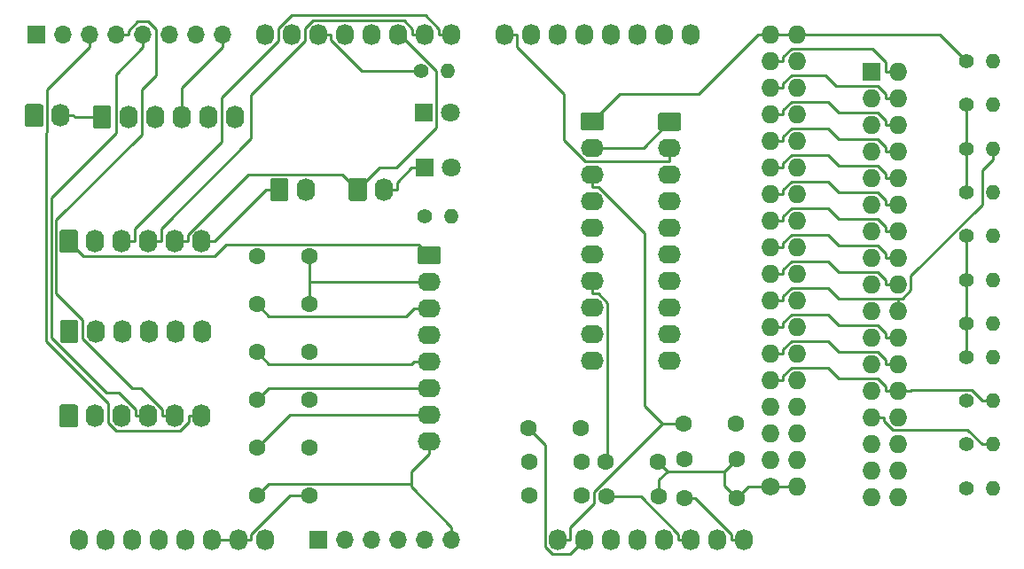
<source format=gbr>
G04 #@! TF.GenerationSoftware,KiCad,Pcbnew,(5.1.5-0-10_14)*
G04 #@! TF.CreationDate,2021-11-28T07:37:34+10:00*
G04 #@! TF.ProjectId,Hornet Forward Input Shield,486f726e-6574-4204-966f-727761726420,rev?*
G04 #@! TF.SameCoordinates,Original*
G04 #@! TF.FileFunction,Copper,L1,Top*
G04 #@! TF.FilePolarity,Positive*
%FSLAX46Y46*%
G04 Gerber Fmt 4.6, Leading zero omitted, Abs format (unit mm)*
G04 Created by KiCad (PCBNEW (5.1.5-0-10_14)) date 2021-11-28 07:37:34*
%MOMM*%
%LPD*%
G04 APERTURE LIST*
%ADD10O,2.200000X1.740000*%
%ADD11C,0.100000*%
%ADD12O,1.740000X2.200000*%
%ADD13C,1.400000*%
%ADD14O,1.400000X1.400000*%
%ADD15C,1.800000*%
%ADD16R,1.800000X1.800000*%
%ADD17C,1.600000*%
%ADD18O,1.700000X1.700000*%
%ADD19R,1.700000X1.700000*%
%ADD20O,1.727200X1.727200*%
%ADD21R,1.727200X1.727200*%
%ADD22C,1.727200*%
%ADD23O,1.727200X2.032000*%
%ADD24C,0.250000*%
G04 APERTURE END LIST*
D10*
X164719000Y-109728000D03*
X164719000Y-107188000D03*
X164719000Y-104648000D03*
X164719000Y-102108000D03*
X164719000Y-99568000D03*
X164719000Y-97028000D03*
X164719000Y-94488000D03*
G04 #@! TA.AperFunction,ComponentPad*
D11*
G36*
X165593505Y-91079204D02*
G01*
X165617773Y-91082804D01*
X165641572Y-91088765D01*
X165664671Y-91097030D01*
X165686850Y-91107520D01*
X165707893Y-91120132D01*
X165727599Y-91134747D01*
X165745777Y-91151223D01*
X165762253Y-91169401D01*
X165776868Y-91189107D01*
X165789480Y-91210150D01*
X165799970Y-91232329D01*
X165808235Y-91255428D01*
X165814196Y-91279227D01*
X165817796Y-91303495D01*
X165819000Y-91327999D01*
X165819000Y-92568001D01*
X165817796Y-92592505D01*
X165814196Y-92616773D01*
X165808235Y-92640572D01*
X165799970Y-92663671D01*
X165789480Y-92685850D01*
X165776868Y-92706893D01*
X165762253Y-92726599D01*
X165745777Y-92744777D01*
X165727599Y-92761253D01*
X165707893Y-92775868D01*
X165686850Y-92788480D01*
X165664671Y-92798970D01*
X165641572Y-92807235D01*
X165617773Y-92813196D01*
X165593505Y-92816796D01*
X165569001Y-92818000D01*
X163868999Y-92818000D01*
X163844495Y-92816796D01*
X163820227Y-92813196D01*
X163796428Y-92807235D01*
X163773329Y-92798970D01*
X163751150Y-92788480D01*
X163730107Y-92775868D01*
X163710401Y-92761253D01*
X163692223Y-92744777D01*
X163675747Y-92726599D01*
X163661132Y-92706893D01*
X163648520Y-92685850D01*
X163638030Y-92663671D01*
X163629765Y-92640572D01*
X163623804Y-92616773D01*
X163620204Y-92592505D01*
X163619000Y-92568001D01*
X163619000Y-91327999D01*
X163620204Y-91303495D01*
X163623804Y-91279227D01*
X163629765Y-91255428D01*
X163638030Y-91232329D01*
X163648520Y-91210150D01*
X163661132Y-91189107D01*
X163675747Y-91169401D01*
X163692223Y-91151223D01*
X163710401Y-91134747D01*
X163730107Y-91120132D01*
X163751150Y-91107520D01*
X163773329Y-91097030D01*
X163796428Y-91088765D01*
X163820227Y-91082804D01*
X163844495Y-91079204D01*
X163868999Y-91078000D01*
X165569001Y-91078000D01*
X165593505Y-91079204D01*
G37*
G04 #@! TD.AperFunction*
D12*
X152959000Y-85674200D03*
G04 #@! TA.AperFunction,ComponentPad*
D11*
G36*
X151063505Y-84575404D02*
G01*
X151087773Y-84579004D01*
X151111572Y-84584965D01*
X151134671Y-84593230D01*
X151156850Y-84603720D01*
X151177893Y-84616332D01*
X151197599Y-84630947D01*
X151215777Y-84647423D01*
X151232253Y-84665601D01*
X151246868Y-84685307D01*
X151259480Y-84706350D01*
X151269970Y-84728529D01*
X151278235Y-84751628D01*
X151284196Y-84775427D01*
X151287796Y-84799695D01*
X151289000Y-84824199D01*
X151289000Y-86524201D01*
X151287796Y-86548705D01*
X151284196Y-86572973D01*
X151278235Y-86596772D01*
X151269970Y-86619871D01*
X151259480Y-86642050D01*
X151246868Y-86663093D01*
X151232253Y-86682799D01*
X151215777Y-86700977D01*
X151197599Y-86717453D01*
X151177893Y-86732068D01*
X151156850Y-86744680D01*
X151134671Y-86755170D01*
X151111572Y-86763435D01*
X151087773Y-86769396D01*
X151063505Y-86772996D01*
X151039001Y-86774200D01*
X149798999Y-86774200D01*
X149774495Y-86772996D01*
X149750227Y-86769396D01*
X149726428Y-86763435D01*
X149703329Y-86755170D01*
X149681150Y-86744680D01*
X149660107Y-86732068D01*
X149640401Y-86717453D01*
X149622223Y-86700977D01*
X149605747Y-86682799D01*
X149591132Y-86663093D01*
X149578520Y-86642050D01*
X149568030Y-86619871D01*
X149559765Y-86596772D01*
X149553804Y-86572973D01*
X149550204Y-86548705D01*
X149549000Y-86524201D01*
X149549000Y-84824199D01*
X149550204Y-84799695D01*
X149553804Y-84775427D01*
X149559765Y-84751628D01*
X149568030Y-84728529D01*
X149578520Y-84706350D01*
X149591132Y-84685307D01*
X149605747Y-84665601D01*
X149622223Y-84647423D01*
X149640401Y-84630947D01*
X149660107Y-84616332D01*
X149681150Y-84603720D01*
X149703329Y-84593230D01*
X149726428Y-84584965D01*
X149750227Y-84579004D01*
X149774495Y-84575404D01*
X149798999Y-84574200D01*
X151039001Y-84574200D01*
X151063505Y-84575404D01*
G37*
G04 #@! TD.AperFunction*
D13*
X164287000Y-88265000D03*
D14*
X166827000Y-88265000D03*
D13*
X163957000Y-74345800D03*
D14*
X166497000Y-74345800D03*
D12*
X160452000Y-85674200D03*
G04 #@! TA.AperFunction,ComponentPad*
D11*
G36*
X158556505Y-84575404D02*
G01*
X158580773Y-84579004D01*
X158604572Y-84584965D01*
X158627671Y-84593230D01*
X158649850Y-84603720D01*
X158670893Y-84616332D01*
X158690599Y-84630947D01*
X158708777Y-84647423D01*
X158725253Y-84665601D01*
X158739868Y-84685307D01*
X158752480Y-84706350D01*
X158762970Y-84728529D01*
X158771235Y-84751628D01*
X158777196Y-84775427D01*
X158780796Y-84799695D01*
X158782000Y-84824199D01*
X158782000Y-86524201D01*
X158780796Y-86548705D01*
X158777196Y-86572973D01*
X158771235Y-86596772D01*
X158762970Y-86619871D01*
X158752480Y-86642050D01*
X158739868Y-86663093D01*
X158725253Y-86682799D01*
X158708777Y-86700977D01*
X158690599Y-86717453D01*
X158670893Y-86732068D01*
X158649850Y-86744680D01*
X158627671Y-86755170D01*
X158604572Y-86763435D01*
X158580773Y-86769396D01*
X158556505Y-86772996D01*
X158532001Y-86774200D01*
X157291999Y-86774200D01*
X157267495Y-86772996D01*
X157243227Y-86769396D01*
X157219428Y-86763435D01*
X157196329Y-86755170D01*
X157174150Y-86744680D01*
X157153107Y-86732068D01*
X157133401Y-86717453D01*
X157115223Y-86700977D01*
X157098747Y-86682799D01*
X157084132Y-86663093D01*
X157071520Y-86642050D01*
X157061030Y-86619871D01*
X157052765Y-86596772D01*
X157046804Y-86572973D01*
X157043204Y-86548705D01*
X157042000Y-86524201D01*
X157042000Y-84824199D01*
X157043204Y-84799695D01*
X157046804Y-84775427D01*
X157052765Y-84751628D01*
X157061030Y-84728529D01*
X157071520Y-84706350D01*
X157084132Y-84685307D01*
X157098747Y-84665601D01*
X157115223Y-84647423D01*
X157133401Y-84630947D01*
X157153107Y-84616332D01*
X157174150Y-84603720D01*
X157196329Y-84593230D01*
X157219428Y-84584965D01*
X157243227Y-84579004D01*
X157267495Y-84575404D01*
X157291999Y-84574200D01*
X158532001Y-84574200D01*
X158556505Y-84575404D01*
G37*
G04 #@! TD.AperFunction*
D12*
X146177000Y-78740000D03*
X143637000Y-78740000D03*
X141097000Y-78740000D03*
X138557000Y-78740000D03*
X136017000Y-78740000D03*
G04 #@! TA.AperFunction,ComponentPad*
D11*
G36*
X134121505Y-77641204D02*
G01*
X134145773Y-77644804D01*
X134169572Y-77650765D01*
X134192671Y-77659030D01*
X134214850Y-77669520D01*
X134235893Y-77682132D01*
X134255599Y-77696747D01*
X134273777Y-77713223D01*
X134290253Y-77731401D01*
X134304868Y-77751107D01*
X134317480Y-77772150D01*
X134327970Y-77794329D01*
X134336235Y-77817428D01*
X134342196Y-77841227D01*
X134345796Y-77865495D01*
X134347000Y-77889999D01*
X134347000Y-79590001D01*
X134345796Y-79614505D01*
X134342196Y-79638773D01*
X134336235Y-79662572D01*
X134327970Y-79685671D01*
X134317480Y-79707850D01*
X134304868Y-79728893D01*
X134290253Y-79748599D01*
X134273777Y-79766777D01*
X134255599Y-79783253D01*
X134235893Y-79797868D01*
X134214850Y-79810480D01*
X134192671Y-79820970D01*
X134169572Y-79829235D01*
X134145773Y-79835196D01*
X134121505Y-79838796D01*
X134097001Y-79840000D01*
X132856999Y-79840000D01*
X132832495Y-79838796D01*
X132808227Y-79835196D01*
X132784428Y-79829235D01*
X132761329Y-79820970D01*
X132739150Y-79810480D01*
X132718107Y-79797868D01*
X132698401Y-79783253D01*
X132680223Y-79766777D01*
X132663747Y-79748599D01*
X132649132Y-79728893D01*
X132636520Y-79707850D01*
X132626030Y-79685671D01*
X132617765Y-79662572D01*
X132611804Y-79638773D01*
X132608204Y-79614505D01*
X132607000Y-79590001D01*
X132607000Y-77889999D01*
X132608204Y-77865495D01*
X132611804Y-77841227D01*
X132617765Y-77817428D01*
X132626030Y-77794329D01*
X132636520Y-77772150D01*
X132649132Y-77751107D01*
X132663747Y-77731401D01*
X132680223Y-77713223D01*
X132698401Y-77696747D01*
X132718107Y-77682132D01*
X132739150Y-77669520D01*
X132761329Y-77659030D01*
X132784428Y-77650765D01*
X132808227Y-77644804D01*
X132832495Y-77641204D01*
X132856999Y-77640000D01*
X134097001Y-77640000D01*
X134121505Y-77641204D01*
G37*
G04 #@! TD.AperFunction*
D12*
X129540000Y-78613000D03*
G04 #@! TA.AperFunction,ComponentPad*
D11*
G36*
X127644505Y-77514204D02*
G01*
X127668773Y-77517804D01*
X127692572Y-77523765D01*
X127715671Y-77532030D01*
X127737850Y-77542520D01*
X127758893Y-77555132D01*
X127778599Y-77569747D01*
X127796777Y-77586223D01*
X127813253Y-77604401D01*
X127827868Y-77624107D01*
X127840480Y-77645150D01*
X127850970Y-77667329D01*
X127859235Y-77690428D01*
X127865196Y-77714227D01*
X127868796Y-77738495D01*
X127870000Y-77762999D01*
X127870000Y-79463001D01*
X127868796Y-79487505D01*
X127865196Y-79511773D01*
X127859235Y-79535572D01*
X127850970Y-79558671D01*
X127840480Y-79580850D01*
X127827868Y-79601893D01*
X127813253Y-79621599D01*
X127796777Y-79639777D01*
X127778599Y-79656253D01*
X127758893Y-79670868D01*
X127737850Y-79683480D01*
X127715671Y-79693970D01*
X127692572Y-79702235D01*
X127668773Y-79708196D01*
X127644505Y-79711796D01*
X127620001Y-79713000D01*
X126379999Y-79713000D01*
X126355495Y-79711796D01*
X126331227Y-79708196D01*
X126307428Y-79702235D01*
X126284329Y-79693970D01*
X126262150Y-79683480D01*
X126241107Y-79670868D01*
X126221401Y-79656253D01*
X126203223Y-79639777D01*
X126186747Y-79621599D01*
X126172132Y-79601893D01*
X126159520Y-79580850D01*
X126149030Y-79558671D01*
X126140765Y-79535572D01*
X126134804Y-79511773D01*
X126131204Y-79487505D01*
X126130000Y-79463001D01*
X126130000Y-77762999D01*
X126131204Y-77738495D01*
X126134804Y-77714227D01*
X126140765Y-77690428D01*
X126149030Y-77667329D01*
X126159520Y-77645150D01*
X126172132Y-77624107D01*
X126186747Y-77604401D01*
X126203223Y-77586223D01*
X126221401Y-77569747D01*
X126241107Y-77555132D01*
X126262150Y-77542520D01*
X126284329Y-77532030D01*
X126307428Y-77523765D01*
X126331227Y-77517804D01*
X126355495Y-77514204D01*
X126379999Y-77513000D01*
X127620001Y-77513000D01*
X127644505Y-77514204D01*
G37*
G04 #@! TD.AperFunction*
D15*
X166827000Y-83566000D03*
D16*
X164287000Y-83566000D03*
D15*
X166726000Y-78359000D03*
D16*
X164186000Y-78359000D03*
D12*
X143002000Y-107315000D03*
X140462000Y-107315000D03*
X137922000Y-107315000D03*
X135382000Y-107315000D03*
X132842000Y-107315000D03*
G04 #@! TA.AperFunction,ComponentPad*
D11*
G36*
X130946505Y-106216204D02*
G01*
X130970773Y-106219804D01*
X130994572Y-106225765D01*
X131017671Y-106234030D01*
X131039850Y-106244520D01*
X131060893Y-106257132D01*
X131080599Y-106271747D01*
X131098777Y-106288223D01*
X131115253Y-106306401D01*
X131129868Y-106326107D01*
X131142480Y-106347150D01*
X131152970Y-106369329D01*
X131161235Y-106392428D01*
X131167196Y-106416227D01*
X131170796Y-106440495D01*
X131172000Y-106464999D01*
X131172000Y-108165001D01*
X131170796Y-108189505D01*
X131167196Y-108213773D01*
X131161235Y-108237572D01*
X131152970Y-108260671D01*
X131142480Y-108282850D01*
X131129868Y-108303893D01*
X131115253Y-108323599D01*
X131098777Y-108341777D01*
X131080599Y-108358253D01*
X131060893Y-108372868D01*
X131039850Y-108385480D01*
X131017671Y-108395970D01*
X130994572Y-108404235D01*
X130970773Y-108410196D01*
X130946505Y-108413796D01*
X130922001Y-108415000D01*
X129681999Y-108415000D01*
X129657495Y-108413796D01*
X129633227Y-108410196D01*
X129609428Y-108404235D01*
X129586329Y-108395970D01*
X129564150Y-108385480D01*
X129543107Y-108372868D01*
X129523401Y-108358253D01*
X129505223Y-108341777D01*
X129488747Y-108323599D01*
X129474132Y-108303893D01*
X129461520Y-108282850D01*
X129451030Y-108260671D01*
X129442765Y-108237572D01*
X129436804Y-108213773D01*
X129433204Y-108189505D01*
X129432000Y-108165001D01*
X129432000Y-106464999D01*
X129433204Y-106440495D01*
X129436804Y-106416227D01*
X129442765Y-106392428D01*
X129451030Y-106369329D01*
X129461520Y-106347150D01*
X129474132Y-106326107D01*
X129488747Y-106306401D01*
X129505223Y-106288223D01*
X129523401Y-106271747D01*
X129543107Y-106257132D01*
X129564150Y-106244520D01*
X129586329Y-106234030D01*
X129609428Y-106225765D01*
X129633227Y-106219804D01*
X129657495Y-106216204D01*
X129681999Y-106215000D01*
X130922001Y-106215000D01*
X130946505Y-106216204D01*
G37*
G04 #@! TD.AperFunction*
D12*
X143066000Y-99250500D03*
X140526000Y-99250500D03*
X137986000Y-99250500D03*
X135446000Y-99250500D03*
X132906000Y-99250500D03*
G04 #@! TA.AperFunction,ComponentPad*
D11*
G36*
X131010505Y-98151704D02*
G01*
X131034773Y-98155304D01*
X131058572Y-98161265D01*
X131081671Y-98169530D01*
X131103850Y-98180020D01*
X131124893Y-98192632D01*
X131144599Y-98207247D01*
X131162777Y-98223723D01*
X131179253Y-98241901D01*
X131193868Y-98261607D01*
X131206480Y-98282650D01*
X131216970Y-98304829D01*
X131225235Y-98327928D01*
X131231196Y-98351727D01*
X131234796Y-98375995D01*
X131236000Y-98400499D01*
X131236000Y-100100501D01*
X131234796Y-100125005D01*
X131231196Y-100149273D01*
X131225235Y-100173072D01*
X131216970Y-100196171D01*
X131206480Y-100218350D01*
X131193868Y-100239393D01*
X131179253Y-100259099D01*
X131162777Y-100277277D01*
X131144599Y-100293753D01*
X131124893Y-100308368D01*
X131103850Y-100320980D01*
X131081671Y-100331470D01*
X131058572Y-100339735D01*
X131034773Y-100345696D01*
X131010505Y-100349296D01*
X130986001Y-100350500D01*
X129745999Y-100350500D01*
X129721495Y-100349296D01*
X129697227Y-100345696D01*
X129673428Y-100339735D01*
X129650329Y-100331470D01*
X129628150Y-100320980D01*
X129607107Y-100308368D01*
X129587401Y-100293753D01*
X129569223Y-100277277D01*
X129552747Y-100259099D01*
X129538132Y-100239393D01*
X129525520Y-100218350D01*
X129515030Y-100196171D01*
X129506765Y-100173072D01*
X129500804Y-100149273D01*
X129497204Y-100125005D01*
X129496000Y-100100501D01*
X129496000Y-98400499D01*
X129497204Y-98375995D01*
X129500804Y-98351727D01*
X129506765Y-98327928D01*
X129515030Y-98304829D01*
X129525520Y-98282650D01*
X129538132Y-98261607D01*
X129552747Y-98241901D01*
X129569223Y-98223723D01*
X129587401Y-98207247D01*
X129607107Y-98192632D01*
X129628150Y-98180020D01*
X129650329Y-98169530D01*
X129673428Y-98161265D01*
X129697227Y-98155304D01*
X129721495Y-98151704D01*
X129745999Y-98150500D01*
X130986001Y-98150500D01*
X131010505Y-98151704D01*
G37*
G04 #@! TD.AperFunction*
D12*
X143002000Y-90614500D03*
X140462000Y-90614500D03*
X137922000Y-90614500D03*
X135382000Y-90614500D03*
X132842000Y-90614500D03*
G04 #@! TA.AperFunction,ComponentPad*
D11*
G36*
X130946505Y-89515704D02*
G01*
X130970773Y-89519304D01*
X130994572Y-89525265D01*
X131017671Y-89533530D01*
X131039850Y-89544020D01*
X131060893Y-89556632D01*
X131080599Y-89571247D01*
X131098777Y-89587723D01*
X131115253Y-89605901D01*
X131129868Y-89625607D01*
X131142480Y-89646650D01*
X131152970Y-89668829D01*
X131161235Y-89691928D01*
X131167196Y-89715727D01*
X131170796Y-89739995D01*
X131172000Y-89764499D01*
X131172000Y-91464501D01*
X131170796Y-91489005D01*
X131167196Y-91513273D01*
X131161235Y-91537072D01*
X131152970Y-91560171D01*
X131142480Y-91582350D01*
X131129868Y-91603393D01*
X131115253Y-91623099D01*
X131098777Y-91641277D01*
X131080599Y-91657753D01*
X131060893Y-91672368D01*
X131039850Y-91684980D01*
X131017671Y-91695470D01*
X130994572Y-91703735D01*
X130970773Y-91709696D01*
X130946505Y-91713296D01*
X130922001Y-91714500D01*
X129681999Y-91714500D01*
X129657495Y-91713296D01*
X129633227Y-91709696D01*
X129609428Y-91703735D01*
X129586329Y-91695470D01*
X129564150Y-91684980D01*
X129543107Y-91672368D01*
X129523401Y-91657753D01*
X129505223Y-91641277D01*
X129488747Y-91623099D01*
X129474132Y-91603393D01*
X129461520Y-91582350D01*
X129451030Y-91560171D01*
X129442765Y-91537072D01*
X129436804Y-91513273D01*
X129433204Y-91489005D01*
X129432000Y-91464501D01*
X129432000Y-89764499D01*
X129433204Y-89739995D01*
X129436804Y-89715727D01*
X129442765Y-89691928D01*
X129451030Y-89668829D01*
X129461520Y-89646650D01*
X129474132Y-89625607D01*
X129488747Y-89605901D01*
X129505223Y-89587723D01*
X129523401Y-89571247D01*
X129543107Y-89556632D01*
X129564150Y-89544020D01*
X129586329Y-89533530D01*
X129609428Y-89525265D01*
X129633227Y-89519304D01*
X129657495Y-89515704D01*
X129681999Y-89514500D01*
X130922001Y-89514500D01*
X130946505Y-89515704D01*
G37*
G04 #@! TD.AperFunction*
D17*
X194040000Y-108077000D03*
X189040000Y-108077000D03*
X179180000Y-108458000D03*
X174180000Y-108458000D03*
X179308000Y-111696000D03*
X174308000Y-111696000D03*
X153272000Y-96647000D03*
X148272000Y-96647000D03*
X179308000Y-114872000D03*
X174308000Y-114872000D03*
X153272000Y-92075000D03*
X148272000Y-92075000D03*
X186610000Y-111696000D03*
X181610000Y-111696000D03*
X153272000Y-101219000D03*
X148272000Y-101219000D03*
X186674000Y-114998000D03*
X181674000Y-114998000D03*
X153272000Y-105791000D03*
X148272000Y-105791000D03*
X194103000Y-111442000D03*
X189103000Y-111442000D03*
X153272000Y-110363000D03*
X148272000Y-110363000D03*
X194103000Y-115126000D03*
X189103000Y-115126000D03*
X153272000Y-114935000D03*
X148272000Y-114935000D03*
D18*
X145034000Y-70866000D03*
X142494000Y-70866000D03*
X139954000Y-70866000D03*
X137414000Y-70866000D03*
X134874000Y-70866000D03*
X132334000Y-70866000D03*
X129794000Y-70866000D03*
D19*
X127254000Y-70866000D03*
D18*
X166878000Y-119126000D03*
X164338000Y-119126000D03*
X161798000Y-119126000D03*
X159258000Y-119126000D03*
X156718000Y-119126000D03*
D19*
X154178000Y-119126000D03*
D13*
X216027000Y-114201000D03*
D14*
X218567000Y-114201000D03*
D13*
X216027000Y-110020000D03*
D14*
X218567000Y-110020000D03*
D13*
X216027000Y-105839000D03*
D14*
X218567000Y-105839000D03*
D13*
X216027000Y-101658000D03*
D14*
X218567000Y-101658000D03*
D13*
X216027000Y-98492600D03*
D14*
X218567000Y-98492600D03*
D13*
X216027000Y-94311500D03*
D14*
X218567000Y-94311500D03*
D13*
X216027000Y-90130400D03*
D14*
X218567000Y-90130400D03*
D13*
X216027000Y-85949300D03*
D14*
X218567000Y-85949300D03*
D13*
X216027000Y-81768200D03*
D14*
X218567000Y-81768200D03*
D13*
X216027000Y-77587100D03*
D14*
X218567000Y-77587100D03*
D13*
X216027000Y-73406000D03*
D14*
X218567000Y-73406000D03*
D10*
X187693000Y-102069900D03*
X187693000Y-99529900D03*
X187693000Y-96989900D03*
X187693000Y-94449900D03*
X187693000Y-91909900D03*
X187693000Y-89369900D03*
X187693000Y-86829900D03*
X187693000Y-84289900D03*
X187693000Y-81749900D03*
G04 #@! TA.AperFunction,ComponentPad*
D11*
G36*
X188567505Y-78341104D02*
G01*
X188591773Y-78344704D01*
X188615572Y-78350665D01*
X188638671Y-78358930D01*
X188660850Y-78369420D01*
X188681893Y-78382032D01*
X188701599Y-78396647D01*
X188719777Y-78413123D01*
X188736253Y-78431301D01*
X188750868Y-78451007D01*
X188763480Y-78472050D01*
X188773970Y-78494229D01*
X188782235Y-78517328D01*
X188788196Y-78541127D01*
X188791796Y-78565395D01*
X188793000Y-78589899D01*
X188793000Y-79829901D01*
X188791796Y-79854405D01*
X188788196Y-79878673D01*
X188782235Y-79902472D01*
X188773970Y-79925571D01*
X188763480Y-79947750D01*
X188750868Y-79968793D01*
X188736253Y-79988499D01*
X188719777Y-80006677D01*
X188701599Y-80023153D01*
X188681893Y-80037768D01*
X188660850Y-80050380D01*
X188638671Y-80060870D01*
X188615572Y-80069135D01*
X188591773Y-80075096D01*
X188567505Y-80078696D01*
X188543001Y-80079900D01*
X186842999Y-80079900D01*
X186818495Y-80078696D01*
X186794227Y-80075096D01*
X186770428Y-80069135D01*
X186747329Y-80060870D01*
X186725150Y-80050380D01*
X186704107Y-80037768D01*
X186684401Y-80023153D01*
X186666223Y-80006677D01*
X186649747Y-79988499D01*
X186635132Y-79968793D01*
X186622520Y-79947750D01*
X186612030Y-79925571D01*
X186603765Y-79902472D01*
X186597804Y-79878673D01*
X186594204Y-79854405D01*
X186593000Y-79829901D01*
X186593000Y-78589899D01*
X186594204Y-78565395D01*
X186597804Y-78541127D01*
X186603765Y-78517328D01*
X186612030Y-78494229D01*
X186622520Y-78472050D01*
X186635132Y-78451007D01*
X186649747Y-78431301D01*
X186666223Y-78413123D01*
X186684401Y-78396647D01*
X186704107Y-78382032D01*
X186725150Y-78369420D01*
X186747329Y-78358930D01*
X186770428Y-78350665D01*
X186794227Y-78344704D01*
X186818495Y-78341104D01*
X186842999Y-78339900D01*
X188543001Y-78339900D01*
X188567505Y-78341104D01*
G37*
G04 #@! TD.AperFunction*
D10*
X180302000Y-102044500D03*
X180302000Y-99504500D03*
X180302000Y-96964500D03*
X180302000Y-94424500D03*
X180302000Y-91884500D03*
X180302000Y-89344500D03*
X180302000Y-86804500D03*
X180302000Y-84264500D03*
X180302000Y-81724500D03*
G04 #@! TA.AperFunction,ComponentPad*
D11*
G36*
X181176505Y-78315704D02*
G01*
X181200773Y-78319304D01*
X181224572Y-78325265D01*
X181247671Y-78333530D01*
X181269850Y-78344020D01*
X181290893Y-78356632D01*
X181310599Y-78371247D01*
X181328777Y-78387723D01*
X181345253Y-78405901D01*
X181359868Y-78425607D01*
X181372480Y-78446650D01*
X181382970Y-78468829D01*
X181391235Y-78491928D01*
X181397196Y-78515727D01*
X181400796Y-78539995D01*
X181402000Y-78564499D01*
X181402000Y-79804501D01*
X181400796Y-79829005D01*
X181397196Y-79853273D01*
X181391235Y-79877072D01*
X181382970Y-79900171D01*
X181372480Y-79922350D01*
X181359868Y-79943393D01*
X181345253Y-79963099D01*
X181328777Y-79981277D01*
X181310599Y-79997753D01*
X181290893Y-80012368D01*
X181269850Y-80024980D01*
X181247671Y-80035470D01*
X181224572Y-80043735D01*
X181200773Y-80049696D01*
X181176505Y-80053296D01*
X181152001Y-80054500D01*
X179451999Y-80054500D01*
X179427495Y-80053296D01*
X179403227Y-80049696D01*
X179379428Y-80043735D01*
X179356329Y-80035470D01*
X179334150Y-80024980D01*
X179313107Y-80012368D01*
X179293401Y-79997753D01*
X179275223Y-79981277D01*
X179258747Y-79963099D01*
X179244132Y-79943393D01*
X179231520Y-79922350D01*
X179221030Y-79900171D01*
X179212765Y-79877072D01*
X179206804Y-79853273D01*
X179203204Y-79829005D01*
X179202000Y-79804501D01*
X179202000Y-78564499D01*
X179203204Y-78539995D01*
X179206804Y-78515727D01*
X179212765Y-78491928D01*
X179221030Y-78468829D01*
X179231520Y-78446650D01*
X179244132Y-78425607D01*
X179258747Y-78405901D01*
X179275223Y-78387723D01*
X179293401Y-78371247D01*
X179313107Y-78356632D01*
X179334150Y-78344020D01*
X179356329Y-78333530D01*
X179379428Y-78325265D01*
X179403227Y-78319304D01*
X179427495Y-78315704D01*
X179451999Y-78314500D01*
X181152001Y-78314500D01*
X181176505Y-78315704D01*
G37*
G04 #@! TD.AperFunction*
D20*
X209550000Y-115062000D03*
X207010000Y-115062000D03*
X209550000Y-112522000D03*
X207010000Y-112522000D03*
X209550000Y-109982000D03*
X207010000Y-109982000D03*
X209550000Y-107442000D03*
X207010000Y-107442000D03*
X209550000Y-104902000D03*
X207010000Y-104902000D03*
X209550000Y-102362000D03*
X207010000Y-102362000D03*
X209550000Y-99822000D03*
X207010000Y-99822000D03*
X209550000Y-97282000D03*
X207010000Y-97282000D03*
X209550000Y-94742000D03*
X207010000Y-94742000D03*
X209550000Y-92202000D03*
X207010000Y-92202000D03*
X209550000Y-89662000D03*
X207010000Y-89662000D03*
X209550000Y-87122000D03*
X207010000Y-87122000D03*
X209550000Y-84582000D03*
X207010000Y-84582000D03*
X209550000Y-82042000D03*
X207010000Y-82042000D03*
X209550000Y-79502000D03*
X207010000Y-79502000D03*
X209550000Y-76962000D03*
X207010000Y-76962000D03*
X209550000Y-74422000D03*
D21*
X207010000Y-74422000D03*
D22*
X197358000Y-114046000D03*
D20*
X199898000Y-114046000D03*
X197358000Y-111506000D03*
X199898000Y-111506000D03*
X197358000Y-108966000D03*
X199898000Y-108966000D03*
X197358000Y-106426000D03*
X199898000Y-106426000D03*
X197358000Y-103886000D03*
X199898000Y-103886000D03*
X197358000Y-101346000D03*
X199898000Y-101346000D03*
X197358000Y-98806000D03*
X199898000Y-98806000D03*
X197358000Y-96266000D03*
X199898000Y-96266000D03*
X197358000Y-93726000D03*
X199898000Y-93726000D03*
X197358000Y-91186000D03*
X199898000Y-91186000D03*
X197358000Y-88646000D03*
X199898000Y-88646000D03*
X197358000Y-86106000D03*
X199898000Y-86106000D03*
X197358000Y-83566000D03*
X199898000Y-83566000D03*
X197358000Y-81026000D03*
X199898000Y-81026000D03*
X197358000Y-78486000D03*
X199898000Y-78486000D03*
X197358000Y-75946000D03*
X199898000Y-75946000D03*
X197358000Y-73406000D03*
X199898000Y-73406000D03*
X197358000Y-70866000D03*
X199898000Y-70866000D03*
D23*
X131318000Y-119126000D03*
X133858000Y-119126000D03*
X136398000Y-119126000D03*
X138938000Y-119126000D03*
X141478000Y-119126000D03*
X144018000Y-119126000D03*
X146558000Y-119126000D03*
X149098000Y-119126000D03*
X177038000Y-119126000D03*
X179578000Y-119126000D03*
X182118000Y-119126000D03*
X184658000Y-119126000D03*
X187198000Y-119126000D03*
X189738000Y-119126000D03*
X192278000Y-119126000D03*
X194818000Y-119126000D03*
X149098000Y-70866000D03*
X151638000Y-70866000D03*
X154178000Y-70866000D03*
X156718000Y-70866000D03*
X159258000Y-70866000D03*
X161798000Y-70866000D03*
X164338000Y-70866000D03*
X166878000Y-70866000D03*
X171958000Y-70866000D03*
X174498000Y-70866000D03*
X177038000Y-70866000D03*
X179578000Y-70866000D03*
X182118000Y-70866000D03*
X184658000Y-70866000D03*
X187198000Y-70866000D03*
X189738000Y-70866000D03*
D24*
X187496300Y-112582300D02*
X186610000Y-111696000D01*
X192962700Y-112582300D02*
X187496300Y-112582300D01*
X186674000Y-114998000D02*
X186674000Y-113404600D01*
X186674000Y-113404600D02*
X187496300Y-112582300D01*
X192962700Y-112582300D02*
X194103000Y-111442000D01*
X194103000Y-115126000D02*
X192962700Y-113985700D01*
X192962700Y-113985700D02*
X192962700Y-112582300D01*
X197358000Y-114046000D02*
X195183000Y-114046000D01*
X195183000Y-114046000D02*
X194103000Y-115126000D01*
X199898000Y-114046000D02*
X197358000Y-114046000D01*
X180302000Y-81724500D02*
X185178400Y-81724500D01*
X185178400Y-81724500D02*
X187693000Y-79209900D01*
X209550000Y-104902000D02*
X208361100Y-104902000D01*
X197358000Y-103886000D02*
X198546900Y-103886000D01*
X198546900Y-103886000D02*
X198546900Y-103514500D01*
X198546900Y-103514500D02*
X199366800Y-102694600D01*
X199366800Y-102694600D02*
X202859700Y-102694600D01*
X202859700Y-102694600D02*
X203878200Y-103713100D01*
X203878200Y-103713100D02*
X207543800Y-103713100D01*
X207543800Y-103713100D02*
X208361100Y-104530400D01*
X208361100Y-104530400D02*
X208361100Y-104902000D01*
X218567000Y-105839000D02*
X217541700Y-105839000D01*
X209550000Y-104902000D02*
X210738900Y-104902000D01*
X210738900Y-104902000D02*
X210827200Y-104813700D01*
X210827200Y-104813700D02*
X216516400Y-104813700D01*
X216516400Y-104813700D02*
X217541700Y-105839000D01*
X218567000Y-110020000D02*
X217541700Y-110020000D01*
X207010000Y-107442000D02*
X208198900Y-107442000D01*
X208198900Y-107442000D02*
X208198900Y-107813600D01*
X208198900Y-107813600D02*
X209016200Y-108630900D01*
X209016200Y-108630900D02*
X216152600Y-108630900D01*
X216152600Y-108630900D02*
X217541700Y-110020000D01*
X209550000Y-102362000D02*
X208361100Y-102362000D01*
X197358000Y-101346000D02*
X198546900Y-101346000D01*
X198546900Y-101346000D02*
X198546900Y-100974500D01*
X198546900Y-100974500D02*
X199366800Y-100154600D01*
X199366800Y-100154600D02*
X202859700Y-100154600D01*
X202859700Y-100154600D02*
X203878200Y-101173100D01*
X203878200Y-101173100D02*
X207543800Y-101173100D01*
X207543800Y-101173100D02*
X208361100Y-101990400D01*
X208361100Y-101990400D02*
X208361100Y-102362000D01*
X209550000Y-99822000D02*
X208361100Y-99822000D01*
X197358000Y-98806000D02*
X198546900Y-98806000D01*
X198546900Y-98806000D02*
X198546900Y-98434500D01*
X198546900Y-98434500D02*
X199366800Y-97614600D01*
X199366800Y-97614600D02*
X202859700Y-97614600D01*
X202859700Y-97614600D02*
X203878200Y-98633100D01*
X203878200Y-98633100D02*
X207543800Y-98633100D01*
X207543800Y-98633100D02*
X208361100Y-99450400D01*
X208361100Y-99450400D02*
X208361100Y-99822000D01*
X197358000Y-96266000D02*
X198546900Y-96266000D01*
X198546900Y-96266000D02*
X198546900Y-95894500D01*
X198546900Y-95894500D02*
X199366800Y-95074600D01*
X199366800Y-95074600D02*
X202859700Y-95074600D01*
X202859700Y-95074600D02*
X203878200Y-96093100D01*
X203878200Y-96093100D02*
X209550000Y-96093100D01*
X218567000Y-81768200D02*
X218567000Y-82793500D01*
X209550000Y-97282000D02*
X209550000Y-96093100D01*
X209550000Y-96093100D02*
X209921600Y-96093100D01*
X209921600Y-96093100D02*
X210738900Y-95275800D01*
X210738900Y-95275800D02*
X210738900Y-93948000D01*
X210738900Y-93948000D02*
X217541700Y-87145200D01*
X217541700Y-87145200D02*
X217541700Y-83818800D01*
X217541700Y-83818800D02*
X218567000Y-82793500D01*
X209550000Y-94742000D02*
X208361100Y-94742000D01*
X197358000Y-93726000D02*
X198546900Y-93726000D01*
X198546900Y-93726000D02*
X198546900Y-93354500D01*
X198546900Y-93354500D02*
X199366800Y-92534600D01*
X199366800Y-92534600D02*
X202859700Y-92534600D01*
X202859700Y-92534600D02*
X203878200Y-93553100D01*
X203878200Y-93553100D02*
X207543800Y-93553100D01*
X207543800Y-93553100D02*
X208361100Y-94370400D01*
X208361100Y-94370400D02*
X208361100Y-94742000D01*
X209550000Y-92202000D02*
X208361100Y-92202000D01*
X197358000Y-91186000D02*
X198546900Y-91186000D01*
X198546900Y-91186000D02*
X198546900Y-90814500D01*
X198546900Y-90814500D02*
X199366800Y-89994600D01*
X199366800Y-89994600D02*
X202859700Y-89994600D01*
X202859700Y-89994600D02*
X203878200Y-91013100D01*
X203878200Y-91013100D02*
X207543800Y-91013100D01*
X207543800Y-91013100D02*
X208361100Y-91830400D01*
X208361100Y-91830400D02*
X208361100Y-92202000D01*
X209550000Y-89662000D02*
X208361100Y-89662000D01*
X197358000Y-88646000D02*
X198546900Y-88646000D01*
X198546900Y-88646000D02*
X198546900Y-88274500D01*
X198546900Y-88274500D02*
X199366800Y-87454600D01*
X199366800Y-87454600D02*
X202859700Y-87454600D01*
X202859700Y-87454600D02*
X203878200Y-88473100D01*
X203878200Y-88473100D02*
X207543800Y-88473100D01*
X207543800Y-88473100D02*
X208361100Y-89290400D01*
X208361100Y-89290400D02*
X208361100Y-89662000D01*
X209550000Y-87122000D02*
X208361100Y-87122000D01*
X197358000Y-86106000D02*
X198546900Y-86106000D01*
X198546900Y-86106000D02*
X198546900Y-85734500D01*
X198546900Y-85734500D02*
X199366800Y-84914600D01*
X199366800Y-84914600D02*
X202859700Y-84914600D01*
X202859700Y-84914600D02*
X203878200Y-85933100D01*
X203878200Y-85933100D02*
X207543800Y-85933100D01*
X207543800Y-85933100D02*
X208361100Y-86750400D01*
X208361100Y-86750400D02*
X208361100Y-87122000D01*
X209550000Y-84582000D02*
X208361100Y-84582000D01*
X197358000Y-83566000D02*
X198546900Y-83566000D01*
X198546900Y-83566000D02*
X198546900Y-83194500D01*
X198546900Y-83194500D02*
X199366800Y-82374600D01*
X199366800Y-82374600D02*
X202859700Y-82374600D01*
X202859700Y-82374600D02*
X203878200Y-83393100D01*
X203878200Y-83393100D02*
X207543800Y-83393100D01*
X207543800Y-83393100D02*
X208361100Y-84210400D01*
X208361100Y-84210400D02*
X208361100Y-84582000D01*
X209550000Y-82042000D02*
X208361100Y-82042000D01*
X197358000Y-81026000D02*
X198546900Y-81026000D01*
X198546900Y-81026000D02*
X198546900Y-80654500D01*
X198546900Y-80654500D02*
X199366800Y-79834600D01*
X199366800Y-79834600D02*
X202859700Y-79834600D01*
X202859700Y-79834600D02*
X203878200Y-80853100D01*
X203878200Y-80853100D02*
X207543800Y-80853100D01*
X207543800Y-80853100D02*
X208361100Y-81670400D01*
X208361100Y-81670400D02*
X208361100Y-82042000D01*
X209550000Y-79502000D02*
X208361100Y-79502000D01*
X197358000Y-78486000D02*
X198546900Y-78486000D01*
X198546900Y-78486000D02*
X198546900Y-78114500D01*
X198546900Y-78114500D02*
X199366800Y-77294600D01*
X199366800Y-77294600D02*
X202859700Y-77294600D01*
X202859700Y-77294600D02*
X203878200Y-78313100D01*
X203878200Y-78313100D02*
X207543800Y-78313100D01*
X207543800Y-78313100D02*
X208361100Y-79130400D01*
X208361100Y-79130400D02*
X208361100Y-79502000D01*
X209550000Y-76962000D02*
X208361100Y-76962000D01*
X197358000Y-75946000D02*
X198546900Y-75946000D01*
X198546900Y-75946000D02*
X198546900Y-75574500D01*
X198546900Y-75574500D02*
X199366800Y-74754600D01*
X199366800Y-74754600D02*
X202577400Y-74754600D01*
X202577400Y-74754600D02*
X203595900Y-75773100D01*
X203595900Y-75773100D02*
X207543800Y-75773100D01*
X207543800Y-75773100D02*
X208361100Y-76590400D01*
X208361100Y-76590400D02*
X208361100Y-76962000D01*
X209550000Y-74422000D02*
X208361100Y-74422000D01*
X197358000Y-73406000D02*
X198546900Y-73406000D01*
X198546900Y-73406000D02*
X198546900Y-73034500D01*
X198546900Y-73034500D02*
X199376100Y-72205300D01*
X199376100Y-72205300D02*
X207036100Y-72205300D01*
X207036100Y-72205300D02*
X208361100Y-73530300D01*
X208361100Y-73530300D02*
X208361100Y-74422000D01*
X197358000Y-70866000D02*
X196169100Y-70866000D01*
X196169100Y-70866000D02*
X190490200Y-76544900D01*
X190490200Y-76544900D02*
X182941600Y-76544900D01*
X182941600Y-76544900D02*
X180302000Y-79184500D01*
X199898000Y-70866000D02*
X197358000Y-70866000D01*
X216027000Y-98492600D02*
X216027000Y-101658000D01*
X216027000Y-94311500D02*
X216027000Y-98492600D01*
X216027000Y-90130400D02*
X216027000Y-94311500D01*
X216027000Y-81768200D02*
X216027000Y-85949300D01*
X216027000Y-77587100D02*
X216027000Y-81768200D01*
X199898000Y-70866000D02*
X213487000Y-70866000D01*
X213487000Y-70866000D02*
X216027000Y-73406000D01*
X186992800Y-108077000D02*
X189040000Y-108077000D01*
X178226900Y-119126000D02*
X178226900Y-117937100D01*
X178226900Y-117937100D02*
X180491000Y-115673000D01*
X180491000Y-115673000D02*
X180491000Y-114578800D01*
X180491000Y-114578800D02*
X186992800Y-108077000D01*
X180302000Y-85459800D02*
X180899600Y-85459800D01*
X180899600Y-85459800D02*
X185298300Y-89858500D01*
X185298300Y-89858500D02*
X185298300Y-106382500D01*
X185298300Y-106382500D02*
X186992800Y-108077000D01*
X180302000Y-84264500D02*
X180302000Y-85459800D01*
X177038000Y-119126000D02*
X178226900Y-119126000D01*
X179578000Y-119126000D02*
X178192000Y-120512000D01*
X178192000Y-120512000D02*
X176501000Y-120512000D01*
X176501000Y-120512000D02*
X175833800Y-119844800D01*
X175833800Y-119844800D02*
X175833800Y-110111800D01*
X175833800Y-110111800D02*
X174180000Y-108458000D01*
X180302000Y-94424500D02*
X180302000Y-95619800D01*
X181610000Y-111696000D02*
X181772900Y-111533100D01*
X181772900Y-111533100D02*
X181772900Y-96493100D01*
X181772900Y-96493100D02*
X180899600Y-95619800D01*
X180899600Y-95619800D02*
X180302000Y-95619800D01*
X189738000Y-119126000D02*
X188549100Y-119126000D01*
X188549100Y-119126000D02*
X188549100Y-118605900D01*
X188549100Y-118605900D02*
X184941200Y-114998000D01*
X184941200Y-114998000D02*
X181674000Y-114998000D01*
X194818000Y-119126000D02*
X193629100Y-119126000D01*
X193629100Y-119126000D02*
X193629100Y-118605900D01*
X193629100Y-118605900D02*
X190149200Y-115126000D01*
X190149200Y-115126000D02*
X189103000Y-115126000D01*
X187693000Y-81749900D02*
X187693000Y-82945200D01*
X171958000Y-70866000D02*
X173146900Y-70866000D01*
X173146900Y-70866000D02*
X173146900Y-72054900D01*
X173146900Y-72054900D02*
X177611200Y-76519200D01*
X177611200Y-76519200D02*
X177611200Y-80964800D01*
X177611200Y-80964800D02*
X179591600Y-82945200D01*
X179591600Y-82945200D02*
X187693000Y-82945200D01*
X146558000Y-119126000D02*
X147746900Y-119126000D01*
X147746900Y-119126000D02*
X147746900Y-118605900D01*
X147746900Y-118605900D02*
X151417800Y-114935000D01*
X151417800Y-114935000D02*
X153272000Y-114935000D01*
X144018000Y-119126000D02*
X146558000Y-119126000D01*
X160452000Y-85674200D02*
X161647300Y-85674200D01*
X164287000Y-83566000D02*
X163061700Y-83566000D01*
X161647300Y-85674200D02*
X161647300Y-84980400D01*
X161647300Y-84980400D02*
X163061700Y-83566000D01*
X153272000Y-94488000D02*
X153272000Y-92075000D01*
X153272000Y-96647000D02*
X153272000Y-94488000D01*
X153272000Y-94488000D02*
X163293700Y-94488000D01*
X164719000Y-94488000D02*
X163293700Y-94488000D01*
X166878000Y-119126000D02*
X166878000Y-117950700D01*
X162993300Y-113792000D02*
X162993300Y-112649000D01*
X162993300Y-112649000D02*
X164719000Y-110923300D01*
X166878000Y-117950700D02*
X162993300Y-114066000D01*
X162993300Y-114066000D02*
X162993300Y-113792000D01*
X148272000Y-114935000D02*
X149415000Y-113792000D01*
X149415000Y-113792000D02*
X162993300Y-113792000D01*
X164719000Y-109728000D02*
X164719000Y-110923300D01*
X164719000Y-107188000D02*
X151447000Y-107188000D01*
X151447000Y-107188000D02*
X148272000Y-110363000D01*
X148272000Y-105791000D02*
X149415000Y-104648000D01*
X149415000Y-104648000D02*
X164719000Y-104648000D01*
X164719000Y-102108000D02*
X163293700Y-102108000D01*
X148272000Y-101219000D02*
X149408900Y-102355900D01*
X149408900Y-102355900D02*
X163045800Y-102355900D01*
X163045800Y-102355900D02*
X163293700Y-102108000D01*
X164719000Y-97028000D02*
X163293700Y-97028000D01*
X148272000Y-96647000D02*
X149409200Y-97784200D01*
X149409200Y-97784200D02*
X162537500Y-97784200D01*
X162537500Y-97784200D02*
X163293700Y-97028000D01*
X130302000Y-90614500D02*
X131729700Y-92042200D01*
X131729700Y-92042200D02*
X144216100Y-92042200D01*
X144216100Y-92042200D02*
X145313100Y-90945200D01*
X145313100Y-90945200D02*
X163716200Y-90945200D01*
X163716200Y-90945200D02*
X164719000Y-91948000D01*
X143002000Y-90614500D02*
X144197300Y-90614500D01*
X150419000Y-85674200D02*
X149137600Y-85674200D01*
X149137600Y-85674200D02*
X144197300Y-90614500D01*
X161798000Y-70866000D02*
X161930900Y-70866000D01*
X161930900Y-70866000D02*
X165411400Y-74346500D01*
X165411400Y-74346500D02*
X165411400Y-79790700D01*
X165411400Y-79790700D02*
X161609900Y-83592200D01*
X161609900Y-83592200D02*
X159994000Y-83592200D01*
X159994000Y-83592200D02*
X157912000Y-85674200D01*
X140462000Y-90614500D02*
X141657300Y-90614500D01*
X157912000Y-85674200D02*
X156465400Y-84227600D01*
X156465400Y-84227600D02*
X147446500Y-84227600D01*
X147446500Y-84227600D02*
X141657300Y-90016800D01*
X141657300Y-90016800D02*
X141657300Y-90614500D01*
X137922000Y-90614500D02*
X139117300Y-90614500D01*
X164338000Y-70866000D02*
X163149100Y-70866000D01*
X163149100Y-70866000D02*
X163149100Y-70345900D01*
X163149100Y-70345900D02*
X162327900Y-69524700D01*
X162327900Y-69524700D02*
X153678200Y-69524700D01*
X153678200Y-69524700D02*
X152908000Y-70294900D01*
X152908000Y-70294900D02*
X152908000Y-71488300D01*
X152908000Y-71488300D02*
X147724900Y-76671400D01*
X147724900Y-76671400D02*
X147724900Y-80811600D01*
X147724900Y-80811600D02*
X139117300Y-89419200D01*
X139117300Y-89419200D02*
X139117300Y-90614500D01*
X135382000Y-90614500D02*
X136577300Y-90614500D01*
X166878000Y-70866000D02*
X165689100Y-70866000D01*
X165689100Y-70866000D02*
X165689100Y-70345900D01*
X165689100Y-70345900D02*
X164357900Y-69014700D01*
X164357900Y-69014700D02*
X151603800Y-69014700D01*
X151603800Y-69014700D02*
X150368000Y-70250500D01*
X150368000Y-70250500D02*
X150368000Y-71455000D01*
X150368000Y-71455000D02*
X144907000Y-76916000D01*
X144907000Y-76916000D02*
X144907000Y-81089500D01*
X144907000Y-81089500D02*
X136577300Y-89419200D01*
X136577300Y-89419200D02*
X136577300Y-90614500D01*
X145034000Y-72041300D02*
X141097000Y-75978300D01*
X141097000Y-75978300D02*
X141097000Y-78740000D01*
X145034000Y-70866000D02*
X145034000Y-72041300D01*
X154178000Y-70866000D02*
X155366900Y-70866000D01*
X155366900Y-70866000D02*
X155366900Y-71386100D01*
X155366900Y-71386100D02*
X158326600Y-74345800D01*
X158326600Y-74345800D02*
X163957000Y-74345800D01*
X143002000Y-107315000D02*
X141806700Y-107315000D01*
X132334000Y-70866000D02*
X132334000Y-72041300D01*
X132334000Y-72041300D02*
X128235500Y-76139800D01*
X128235500Y-76139800D02*
X128235500Y-80166300D01*
X128235500Y-80166300D02*
X128165500Y-80236300D01*
X128165500Y-80236300D02*
X128165500Y-100133500D01*
X128165500Y-100133500D02*
X134112000Y-106080000D01*
X134112000Y-106080000D02*
X134112000Y-107992200D01*
X134112000Y-107992200D02*
X134869900Y-108750100D01*
X134869900Y-108750100D02*
X140969200Y-108750100D01*
X140969200Y-108750100D02*
X141806700Y-107912600D01*
X141806700Y-107912600D02*
X141806700Y-107315000D01*
X139266700Y-107315000D02*
X139266700Y-106717400D01*
X139266700Y-106717400D02*
X137208600Y-104659300D01*
X137208600Y-104659300D02*
X136370100Y-104659300D01*
X136370100Y-104659300D02*
X131636500Y-99925700D01*
X131636500Y-99925700D02*
X131636500Y-98113800D01*
X131636500Y-98113800D02*
X129100700Y-95578000D01*
X129100700Y-95578000D02*
X129100700Y-88590200D01*
X129100700Y-88590200D02*
X137287000Y-80403900D01*
X137287000Y-80403900D02*
X137287000Y-76133800D01*
X137287000Y-76133800D02*
X138611900Y-74808900D01*
X138611900Y-74808900D02*
X138611900Y-70367500D01*
X138611900Y-70367500D02*
X137889500Y-69645100D01*
X137889500Y-69645100D02*
X136902900Y-69645100D01*
X136902900Y-69645100D02*
X136049300Y-70498700D01*
X136049300Y-70498700D02*
X136049300Y-70866000D01*
X140462000Y-107315000D02*
X139266700Y-107315000D01*
X134874000Y-70866000D02*
X136049300Y-70866000D01*
X137922000Y-107315000D02*
X136726700Y-107315000D01*
X137414000Y-70866000D02*
X137414000Y-72041300D01*
X137414000Y-72041300D02*
X134805000Y-74650300D01*
X134805000Y-74650300D02*
X134805000Y-80289900D01*
X134805000Y-80289900D02*
X128623900Y-86471000D01*
X128623900Y-86471000D02*
X128623900Y-99823400D01*
X128623900Y-99823400D02*
X133910200Y-105109700D01*
X133910200Y-105109700D02*
X135119000Y-105109700D01*
X135119000Y-105109700D02*
X136726700Y-106717400D01*
X136726700Y-106717400D02*
X136726700Y-107315000D01*
X129540000Y-78613000D02*
X130735300Y-78613000D01*
X133477000Y-78740000D02*
X130862300Y-78740000D01*
X130862300Y-78740000D02*
X130735300Y-78613000D01*
M02*

</source>
